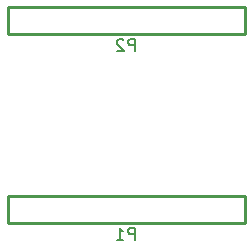
<source format=gbo>
G04 (created by PCBNEW-RS274X (2011-aug-04)-testing) date Tue 12 Feb 2013 02:33:29 PM PST*
G01*
G70*
G90*
%MOIN*%
G04 Gerber Fmt 3.4, Leading zero omitted, Abs format*
%FSLAX34Y34*%
G04 APERTURE LIST*
%ADD10C,0.006000*%
%ADD11C,0.010000*%
%ADD12C,0.008000*%
G04 APERTURE END LIST*
G54D10*
G54D11*
X22349Y-29549D02*
X22349Y-29399D01*
X22349Y-29499D02*
X22349Y-29899D01*
X22349Y-29899D02*
X30199Y-29899D01*
X30199Y-29899D02*
X30249Y-29899D01*
X30249Y-29899D02*
X30249Y-29049D01*
X30249Y-29049D02*
X30249Y-28999D01*
X30249Y-28999D02*
X22349Y-28999D01*
X22349Y-28999D02*
X22349Y-29449D01*
X22349Y-23250D02*
X22349Y-23100D01*
X22349Y-23200D02*
X22349Y-23600D01*
X22349Y-23600D02*
X30199Y-23600D01*
X30199Y-23600D02*
X30249Y-23600D01*
X30249Y-23600D02*
X30249Y-22750D01*
X30249Y-22750D02*
X30249Y-22700D01*
X30249Y-22700D02*
X22349Y-22700D01*
X22349Y-22700D02*
X22349Y-23150D01*
G54D12*
X26594Y-30461D02*
X26594Y-30061D01*
X26441Y-30061D01*
X26403Y-30080D01*
X26384Y-30099D01*
X26365Y-30137D01*
X26365Y-30194D01*
X26384Y-30232D01*
X26403Y-30251D01*
X26441Y-30270D01*
X26594Y-30270D01*
X25984Y-30461D02*
X26213Y-30461D01*
X26099Y-30461D02*
X26099Y-30061D01*
X26137Y-30118D01*
X26175Y-30156D01*
X26213Y-30175D01*
X26594Y-24162D02*
X26594Y-23762D01*
X26441Y-23762D01*
X26403Y-23781D01*
X26384Y-23800D01*
X26365Y-23838D01*
X26365Y-23895D01*
X26384Y-23933D01*
X26403Y-23952D01*
X26441Y-23971D01*
X26594Y-23971D01*
X26213Y-23800D02*
X26194Y-23781D01*
X26156Y-23762D01*
X26060Y-23762D01*
X26022Y-23781D01*
X26003Y-23800D01*
X25984Y-23838D01*
X25984Y-23876D01*
X26003Y-23933D01*
X26232Y-24162D01*
X25984Y-24162D01*
M02*

</source>
